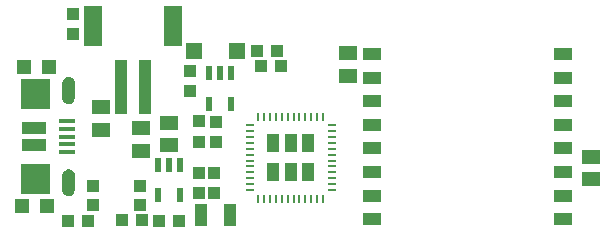
<source format=gtp>
G04 #@! TF.GenerationSoftware,KiCad,Pcbnew,5.0.2-bee76a0~70~ubuntu18.04.1*
G04 #@! TF.CreationDate,2019-01-09T21:59:07-06:00*
G04 #@! TF.ProjectId,Adafruit Feather M0 RFMxx,41646166-7275-4697-9420-466561746865,rev?*
G04 #@! TF.SameCoordinates,Original*
G04 #@! TF.FileFunction,Paste,Top*
G04 #@! TF.FilePolarity,Positive*
%FSLAX46Y46*%
G04 Gerber Fmt 4.6, Leading zero omitted, Abs format (unit mm)*
G04 Created by KiCad (PCBNEW 5.0.2-bee76a0~70~ubuntu18.04.1) date Wed 09 Jan 2019 09:59:07 PM CST*
%MOMM*%
%LPD*%
G01*
G04 APERTURE LIST*
%ADD10C,0.100000*%
%ADD11R,1.500000X1.240000*%
%ADD12R,1.000000X1.100000*%
%ADD13R,1.200000X1.200000*%
%ADD14R,1.100000X1.000000*%
%ADD15R,1.000000X1.000000*%
%ADD16R,2.000000X1.000000*%
%ADD17R,1.350000X0.400000*%
%ADD18R,0.550000X1.200000*%
%ADD19R,1.400000X1.400000*%
%ADD20R,1.600000X3.400000*%
%ADD21R,1.000000X4.600000*%
%ADD22R,0.750000X0.250000*%
%ADD23R,0.250000X0.750000*%
%ADD24R,1.100000X1.900000*%
%ADD25R,1.500000X1.000000*%
G04 APERTURE END LIST*
D10*
G04 #@! TO.C,X3*
G36*
X128446100Y-107753600D02*
X128269639Y-107789468D01*
X128112898Y-107878110D01*
X127991221Y-108010849D01*
X127896100Y-108353600D01*
X127896100Y-109453600D01*
X127916517Y-109632508D01*
X127991221Y-109796351D01*
X128112898Y-109929090D01*
X128269639Y-110017732D01*
X128446100Y-110053600D01*
X128622561Y-110017732D01*
X128779302Y-109929090D01*
X128900979Y-109796351D01*
X128996100Y-109453600D01*
X128996100Y-108353600D01*
X128975683Y-108174692D01*
X128900979Y-108010849D01*
X128779302Y-107878110D01*
X128446100Y-107753600D01*
G37*
G36*
X128446100Y-99953600D02*
X128269639Y-99989468D01*
X128112898Y-100078110D01*
X127991221Y-100210849D01*
X127896100Y-100553600D01*
X127896100Y-101653600D01*
X127916517Y-101832508D01*
X127991221Y-101996351D01*
X128112898Y-102129090D01*
X128269639Y-102217732D01*
X128446100Y-102253600D01*
X128622561Y-102217732D01*
X128779302Y-102129090D01*
X128900979Y-101996351D01*
X128996100Y-101653600D01*
X128996100Y-100553600D01*
X128975683Y-100374692D01*
X128900979Y-100210849D01*
X128779302Y-100078110D01*
X128446100Y-99953600D01*
G37*
G36*
X124396100Y-107353600D02*
X124396100Y-109853600D01*
X126896100Y-109853600D01*
X126896100Y-107353600D01*
X124396100Y-107353600D01*
G37*
G36*
X124396100Y-100153600D02*
X124396100Y-102653600D01*
X126896100Y-102653600D01*
X126896100Y-100153600D01*
X124396100Y-100153600D01*
G37*
G04 #@! TO.C,U$4*
G36*
X145231100Y-108781600D02*
X146231100Y-108781600D01*
X146231100Y-107281600D01*
X145231100Y-107281600D01*
X145231100Y-108781600D01*
G37*
G36*
X146731100Y-108781600D02*
X147731100Y-108781600D01*
X147731100Y-107281600D01*
X146731100Y-107281600D01*
X146731100Y-108781600D01*
G37*
G36*
X148231100Y-108781600D02*
X149231100Y-108781600D01*
X149231100Y-107281600D01*
X148231100Y-107281600D01*
X148231100Y-108781600D01*
G37*
G36*
X148231100Y-106281600D02*
X149231100Y-106281600D01*
X149231100Y-104781600D01*
X148231100Y-104781600D01*
X148231100Y-106281600D01*
G37*
G36*
X146731100Y-106281600D02*
X147731100Y-106281600D01*
X147731100Y-104781600D01*
X146731100Y-104781600D01*
X146731100Y-106281600D01*
G37*
G36*
X145231100Y-106281600D02*
X146231100Y-106281600D01*
X146231100Y-104781600D01*
X145231100Y-104781600D01*
X145231100Y-106281600D01*
G37*
G04 #@! TD*
D11*
G04 #@! TO.C,C6*
X131189100Y-102524600D03*
X131189100Y-104424600D03*
G04 #@! TD*
D12*
G04 #@! TO.C,C7*
X139501100Y-103721600D03*
X139501100Y-105421600D03*
G04 #@! TD*
D11*
G04 #@! TO.C,C8*
X136959100Y-105759600D03*
X136959100Y-103859600D03*
G04 #@! TD*
D13*
G04 #@! TO.C,L1*
X126796100Y-99074600D03*
X124696100Y-99074600D03*
G04 #@! TD*
D14*
G04 #@! TO.C,C14*
X134669900Y-112089007D03*
X132969900Y-112089007D03*
G04 #@! TD*
D12*
G04 #@! TO.C,R7*
X128816100Y-96328600D03*
X128816100Y-94628600D03*
G04 #@! TD*
D15*
G04 #@! TO.C,SW1*
X134499100Y-110756600D03*
X134499100Y-109156600D03*
X130499100Y-109156600D03*
X130499100Y-110756600D03*
G04 #@! TD*
D16*
G04 #@! TO.C,X3*
X125546100Y-105753600D03*
X125546100Y-104253600D03*
D17*
X128321100Y-106303600D03*
X128321100Y-105653600D03*
X128321100Y-105003600D03*
X128321100Y-104353600D03*
X128321100Y-103703600D03*
G04 #@! TD*
D18*
G04 #@! TO.C,U2*
X142212100Y-102239700D03*
X140312100Y-102239700D03*
X140312100Y-99639500D03*
X141262100Y-99639500D03*
X142212100Y-99639500D03*
G04 #@! TD*
D19*
G04 #@! TO.C,D1*
X139031100Y-97764600D03*
X142731100Y-97764600D03*
G04 #@! TD*
D20*
G04 #@! TO.C,X1*
X137296100Y-95629600D03*
X130496100Y-95629600D03*
D21*
X134896100Y-100829600D03*
X132896100Y-100829600D03*
G04 #@! TD*
D18*
G04 #@! TO.C,U3*
X137894100Y-109986700D03*
X135994100Y-109986700D03*
X135994100Y-107386500D03*
X136944100Y-107386500D03*
X137894100Y-107386500D03*
G04 #@! TD*
D13*
G04 #@! TO.C,CHG1*
X124464100Y-110845600D03*
X126564100Y-110845600D03*
G04 #@! TD*
D14*
G04 #@! TO.C,R2*
X130047100Y-112115600D03*
X128347100Y-112115600D03*
G04 #@! TD*
D11*
G04 #@! TO.C,C3*
X134531100Y-106207600D03*
X134531100Y-104307600D03*
G04 #@! TD*
D14*
G04 #@! TO.C,R8*
X136094100Y-112115600D03*
X137794100Y-112115600D03*
G04 #@! TD*
G04 #@! TO.C,R3*
X146049100Y-97764600D03*
X144349100Y-97764600D03*
G04 #@! TD*
G04 #@! TO.C,R6*
X144730100Y-99034600D03*
X146430100Y-99034600D03*
G04 #@! TD*
D22*
G04 #@! TO.C,U$4*
X143756100Y-109531600D03*
D23*
X144481100Y-103306600D03*
D22*
X150706100Y-104031600D03*
D23*
X149981100Y-110256600D03*
D22*
X143756100Y-109031600D03*
X143756100Y-108531600D03*
X143756100Y-108031600D03*
X143756100Y-107531600D03*
X143756100Y-107031600D03*
X143756100Y-106531600D03*
X143756100Y-106031600D03*
X143756100Y-105531600D03*
X143756100Y-105031600D03*
X143756100Y-104531600D03*
X143756100Y-104031600D03*
D23*
X144981100Y-103306600D03*
X145481100Y-103306600D03*
X145981100Y-103306600D03*
X146481100Y-103306600D03*
X146981100Y-103306600D03*
X147481100Y-103306600D03*
X147981100Y-103306600D03*
X148481100Y-103306600D03*
X148981100Y-103306600D03*
X149481100Y-103306600D03*
X149981100Y-103306600D03*
D22*
X150706100Y-104531600D03*
X150706100Y-105031600D03*
X150706100Y-105531600D03*
X150706100Y-106031600D03*
X150706100Y-106531600D03*
X150706100Y-107031600D03*
X150706100Y-107531600D03*
X150706100Y-108031600D03*
X150706100Y-108531600D03*
X150706100Y-109031600D03*
X150706100Y-109531600D03*
D23*
X149481100Y-110256600D03*
X148981100Y-110256600D03*
X148481100Y-110256600D03*
X147981100Y-110256600D03*
X147481100Y-110256600D03*
X146981100Y-110256600D03*
X146481100Y-110256600D03*
X145981100Y-110256600D03*
X145481100Y-110256600D03*
X144981100Y-110256600D03*
X144481100Y-110256600D03*
G04 #@! TD*
D12*
G04 #@! TO.C,C1*
X140881100Y-103772600D03*
X140881100Y-105472600D03*
G04 #@! TD*
G04 #@! TO.C,C2*
X140754100Y-108090600D03*
X140754100Y-109790600D03*
G04 #@! TD*
G04 #@! TO.C,C4*
X139484100Y-108090600D03*
X139484100Y-109790600D03*
G04 #@! TD*
D24*
G04 #@! TO.C,X2*
X139681100Y-111607600D03*
X142081100Y-111607600D03*
G04 #@! TD*
D11*
G04 #@! TO.C,C5*
X152057100Y-97957600D03*
X152057100Y-99857600D03*
G04 #@! TD*
D12*
G04 #@! TO.C,R1*
X138722100Y-99454600D03*
X138722100Y-101154600D03*
G04 #@! TD*
D11*
G04 #@! TO.C,C9*
X172631100Y-108620600D03*
X172631100Y-106720600D03*
G04 #@! TD*
D25*
G04 #@! TO.C,U4*
X154117100Y-112003600D03*
X154117100Y-110003600D03*
X154117100Y-108003600D03*
X154117100Y-106003600D03*
X154117100Y-104003600D03*
X154117100Y-102003600D03*
X154117100Y-100003600D03*
X154117100Y-98003600D03*
X170317100Y-98003600D03*
X170317100Y-100003600D03*
X170317100Y-102003600D03*
X170317100Y-104003600D03*
X170317100Y-106003600D03*
X170317100Y-108003600D03*
X170317100Y-110003600D03*
X170317100Y-112003600D03*
G04 #@! TD*
M02*

</source>
